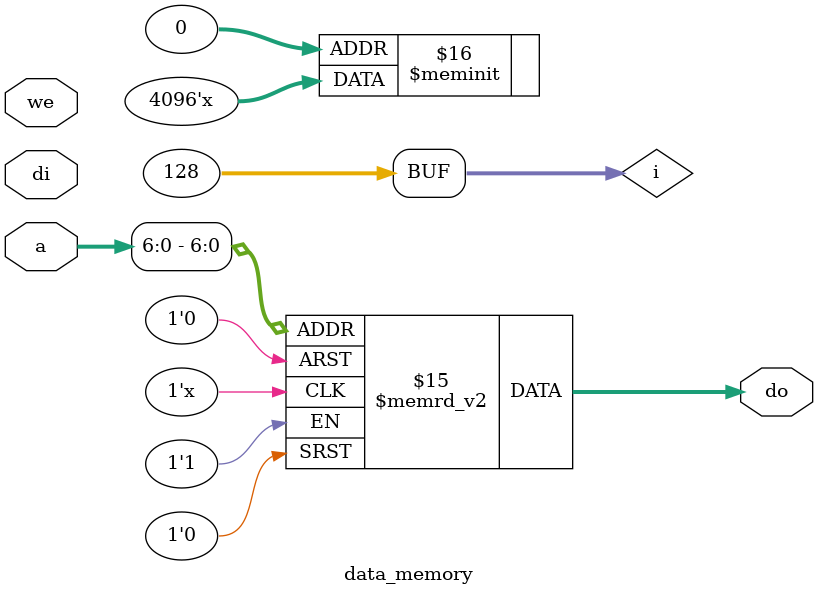
<source format=v>
`timescale 1ns / 1ps

module data_memory(
    input [31:0] a,
    input [31:0] di,
    input we,
    output reg [31:0] do
    );

    reg [31:0] ram[127:0];
    
    integer i;
    initial begin 
        for (i = 0; i < 128; i = i + 1)
            ram[i] = 0;

        ram[32'h50] = 32'h000000a3;
        ram[32'h54] = 32'h00000027;
        ram[32'h58] = 32'h00000079;
        ram[32'h5c] = 32'h00000115;
        //ram[0x60] should be 0x00000258
    end 
  
    always @(*) begin
	    do = ram[a];
        if (we)
            ram[a] = di;
    end    
    
endmodule
</source>
